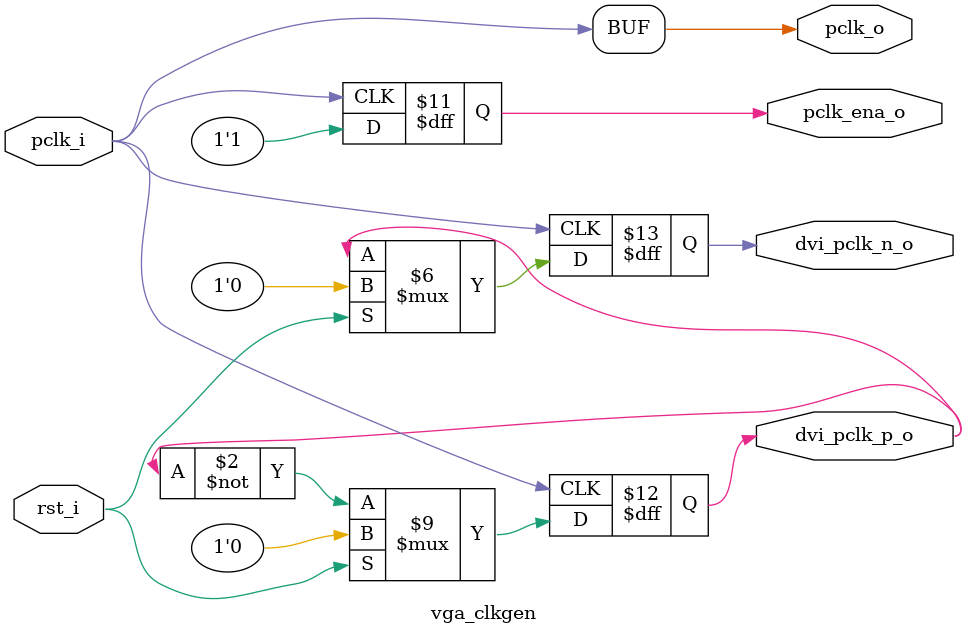
<source format=v>



// N O T E //////////////////////////////////////////////////////////
//                                                                 //
// !! SPECIAL LOGIC, USE PRECAUTION DURING SYNTHESIS AND LAYOUT !! //
//                                                                 //
// This is a clock generation circuit. Although all output clocks  //
// are generated synchronous to the input clock, special care must //
// be taken during synthesis and physical layout.                  //
//                                                                 //
// Alternatively replace this block with a technology specific     //
// implementation.                                                 //
//                                                                 //
/////////////////////////////////////////////////////////////////////


module vga_clkgen #(
  parameter HAS_DVI = 0
)
(
  // inputs & outputs
  input      pclk_i,       // pixel clock in
  input      rst_i,        // synchronous active high reset input

  output reg pclk_o,       // pixel clock out

  output reg dvi_pclk_p_o, // dvi cpclk+ output
  output reg dvi_pclk_n_o, // dvi cpclk- output

  output reg pclk_ena_o    // pixel clock enable output
);


//////////////////////////////////
//
// module body
//

  // These should be registers in or near IO buffers
  always @(posedge pclk_i)
    if (rst_i)
    begin
        dvi_pclk_p_o <= 1'b0;
        dvi_pclk_n_o <= 1'b0;
    end
    else
    begin
        dvi_pclk_p_o <= ~dvi_pclk_p_o;
        dvi_pclk_n_o <=  dvi_pclk_p_o;
    end

generate
  if (HAS_DVI == 1)
  begin
      // DVI circuit
      // pixel clock output is half of the pixel clock input

      always @(posedge pclk_i)
        if (rst_i) pclk_o <=  1'b0;
        else       pclk_o <= ~pclk_o;


      always @(posedge pclk_i)
        if (rst_i) pclk_ena_o <=  1'b1;
        else       pclk_ena_o <= ~pclk_ena_o;
  end
  else
  begin
      // No DVI circuit
      // Simply reroute the pixel input clock input

      always @* pclk_o     = pclk_i;

      //In plain verilog 'always @*' doesn't trigger on timestamp t0, which
      //causes a 'z' in simulations. Therefore we use
      //'always @(posedge pclk_i)'. This creates a constant flipflop, which
      //should get optimized away.
      //In SystemVerilog 'always_comb' does get trigger on t0, and hence this
      //works.
      always @(posedge pclk_i) pclk_ena_o = 1'b1;
  end
endgenerate

endmodule


</source>
